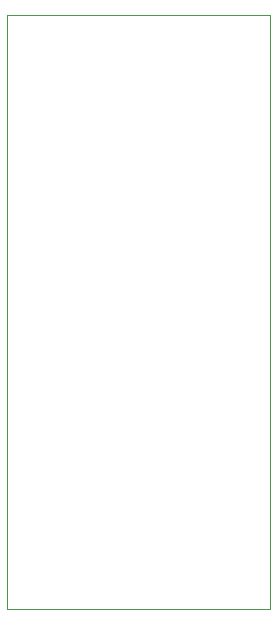
<source format=gm1>
G04 #@! TF.GenerationSoftware,KiCad,Pcbnew,8.0.8*
G04 #@! TF.CreationDate,2025-06-20T13:46:13-04:00*
G04 #@! TF.ProjectId,ZiffAdapter,5a696666-4164-4617-9074-65722e6b6963,rev?*
G04 #@! TF.SameCoordinates,Original*
G04 #@! TF.FileFunction,Profile,NP*
%FSLAX46Y46*%
G04 Gerber Fmt 4.6, Leading zero omitted, Abs format (unit mm)*
G04 Created by KiCad (PCBNEW 8.0.8) date 2025-06-20 13:46:13*
%MOMM*%
%LPD*%
G01*
G04 APERTURE LIST*
G04 #@! TA.AperFunction,Profile*
%ADD10C,0.050000*%
G04 #@! TD*
G04 APERTURE END LIST*
D10*
X94244000Y7357000D02*
X116502000Y7357000D01*
X116502000Y-42926000D01*
X94244000Y-42926000D01*
X94244000Y7357000D01*
M02*

</source>
